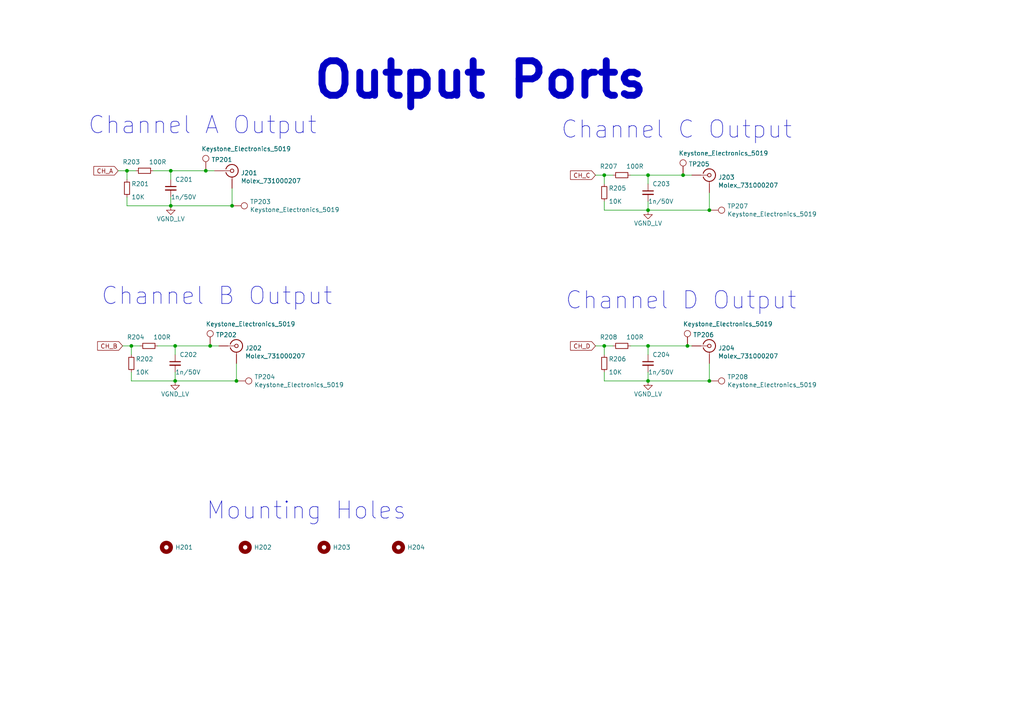
<source format=kicad_sch>
(kicad_sch (version 20211123) (generator eeschema)
  (paper "A4")
  (title_block (title "Output Ports") (rev "V0.1") (company "PADERBORN UNIVERSITY DEPARTMENT OF POWER ELECTRONICS AND ELECTRICAL DRIVES"))
  (lib_symbols
    (symbol "Device:C_Small" (pin_numbers hide) (pin_names (offset 0.254) hide)
      (property "Reference" "C" (at 0.254 1.778 0))
      (property "Value" "C_Small" (at 0.254 -2.032 0))
      (symbol "C_Small_0_1"
        (polyline (pts (xy -1.524 -0.508) (xy 1.524 -0.508)) (stroke (width 0.3302)))
        (polyline (pts (xy -1.524 0.508) (xy 1.524 0.508)) (stroke (width 0.3048)))
      )
      (symbol "C_Small_1_1"
        (pin passive line (at 0 2.54 270) (length 2.032) (name "~") (number "1"))
        (pin passive line (at 0 -2.54 90) (length 2.032) (name "~") (number "2"))
      )
    )
    (symbol "Device:R_Small" (pin_numbers hide) (pin_names (offset 0.254) hide)
      (property "Reference" "R" (at 0.762 0.508 0))
      (property "Value" "R_Small" (at 0.762 -1.016 0))
      (symbol "R_Small_0_1"
        (rectangle (start -0.762 1.778) (end 0.762 -1.778) (stroke (width 0.2032)))
      )
      (symbol "R_Small_1_1"
        (pin passive line (at 0 2.54 270) (length 0.762) (name "~") (number "1"))
        (pin passive line (at 0 -2.54 90) (length 0.762) (name "~") (number "2"))
      )
    )
    (symbol "LEA_SymbolLibrary:Keystone_Electronics_5019" (pin_numbers hide) (pin_names (offset 1.016) hide)
      (property "Reference" "TP" (at 0 5.08 0))
      (property "Value" "LEA_SymbolLibrary_Keystone_Electronics_5019" (at 0 7.62 0))
      (symbol "Keystone_Electronics_5019_1_1"
        (circle (center 3.556 0) (radius 0.9144))
        (pin passive line (at 0 0 0) (length 2.54) (name "TP") (number "1"))
      )
    )
    (symbol "LEA_SymbolLibrary:M3_MountingHole" (pin_names (offset 1.016))
      (property "Reference" "H" (at -3.048 0 0))
      (symbol "M3_MountingHole_1_1"
        (circle (center 0 0) (radius 1.27) (stroke (width 1.27)))
      )
    )
    (symbol "LEA_SymbolLibrary:Molex_731000207" (pin_numbers hide) (pin_names (offset 1.016) hide)
      (property "Reference" "J" (at 0 6.096 0))
      (property "Value" "LEA_SymbolLibrary_Molex_731000207" (at 0.762 3.81 0))
      (symbol "Molex_731000207_1_1"
        (arc (start -1.778 -0.508) (mid 0.222 -1.808) (end 1.778 0) (stroke (width 0.254)))
        (polyline (pts (xy -2.54 0) (xy -0.508 0)))
        (polyline (pts (xy 0 -2.54) (xy 0 -1.778)))
        (circle (center 0 0) (radius 0.508) (stroke (width 0.2032)))
        (arc (start 1.778 0) (mid 0.222 1.8083) (end -1.778 0.508) (stroke (width 0.254)))
        (pin passive line (at -5.08 0 0) (length 2.54) (name "1") (number "1"))
        (pin passive line (at 0 -5.08 90) (length 2.54) (name "2") (number "2"))
      )
    )
    (symbol "LEA_SymbolLibrary:VGND_LV" (power) (pin_numbers hide) (pin_names (offset 0))
      (property "Value" "LEA_SymbolLibrary_VGND_LV" (at 0 -3.81 0))
      (symbol "VGND_LV_1_1"
        (polyline (pts (xy 0 0) (xy 0 -1.27) (xy 1.27 -1.27) (xy 0 -2.54) (xy -1.27 -1.27) (xy 0 -1.27)))
        (pin power_in line (at 0 0 90) (length 0) hide (name "VGND_LV") (number "1"))
      )
    )
  )
  (junction (at 199.39 100.33))
  (junction (at 205.74 60.96))
  (junction (at 67.31 59.69))
  (junction (at 175.26 50.8))
  (junction (at 50.8 100.33))
  (junction (at 38.1 100.33))
  (junction (at 175.26 100.33))
  (junction (at 198.12 50.8))
  (junction (at 60.96 100.33))
  (junction (at 68.58 110.49))
  (junction (at 50.8 110.49))
  (junction (at 205.74 110.49))
  (junction (at 49.53 59.69))
  (junction (at 36.83 49.53))
  (junction (at 49.53 49.53))
  (junction (at 187.96 60.96))
  (junction (at 187.96 50.8))
  (junction (at 187.96 110.49))
  (junction (at 187.96 100.33))
  (junction (at 59.69 49.53))
  (wire (pts (xy 187.96 58.42) (xy 187.96 60.96)))
  (wire (pts (xy 198.12 50.8) (xy 200.66 50.8)))
  (wire (pts (xy 49.53 57.15) (xy 49.53 59.69)))
  (wire (pts (xy 187.96 110.49) (xy 205.74 110.49)))
  (wire (pts (xy 45.72 100.33) (xy 50.8 100.33)))
  (wire (pts (xy 187.96 50.8) (xy 187.96 53.34)))
  (wire (pts (xy 175.26 60.96) (xy 187.96 60.96)))
  (wire (pts (xy 50.8 110.49) (xy 68.58 110.49)))
  (wire (pts (xy 187.96 100.33) (xy 199.39 100.33)))
  (wire (pts (xy 49.53 49.53) (xy 59.69 49.53)))
  (wire (pts (xy 36.83 49.53) (xy 39.37 49.53)))
  (wire (pts (xy 50.8 107.95) (xy 50.8 110.49)))
  (wire (pts (xy 50.8 100.33) (xy 60.96 100.33)))
  (wire (pts (xy 175.26 107.95) (xy 175.26 110.49)))
  (wire (pts (xy 44.45 49.53) (xy 49.53 49.53)))
  (wire (pts (xy 49.53 49.53) (xy 49.53 52.07)))
  (wire (pts (xy 187.96 50.8) (xy 198.12 50.8)))
  (wire (pts (xy 175.26 58.42) (xy 175.26 60.96)))
  (wire (pts (xy 34.29 49.53) (xy 36.83 49.53)))
  (wire (pts (xy 199.39 100.33) (xy 200.66 100.33)))
  (wire (pts (xy 205.74 110.49) (xy 205.74 105.41)))
  (wire (pts (xy 68.58 110.49) (xy 68.58 105.41)))
  (wire (pts (xy 175.26 100.33) (xy 177.8 100.33)))
  (wire (pts (xy 50.8 100.33) (xy 50.8 102.87)))
  (wire (pts (xy 175.26 50.8) (xy 175.26 53.34)))
  (wire (pts (xy 38.1 107.95) (xy 38.1 110.49)))
  (wire (pts (xy 182.88 50.8) (xy 187.96 50.8)))
  (wire (pts (xy 172.72 50.8) (xy 175.26 50.8)))
  (wire (pts (xy 187.96 100.33) (xy 187.96 102.87)))
  (wire (pts (xy 36.83 49.53) (xy 36.83 52.07)))
  (wire (pts (xy 187.96 107.95) (xy 187.96 110.49)))
  (wire (pts (xy 38.1 110.49) (xy 50.8 110.49)))
  (wire (pts (xy 175.26 50.8) (xy 177.8 50.8)))
  (wire (pts (xy 205.74 60.96) (xy 205.74 55.88)))
  (wire (pts (xy 67.31 59.69) (xy 67.31 54.61)))
  (wire (pts (xy 35.56 100.33) (xy 38.1 100.33)))
  (wire (pts (xy 172.72 100.33) (xy 175.26 100.33)))
  (wire (pts (xy 38.1 100.33) (xy 38.1 102.87)))
  (wire (pts (xy 60.96 100.33) (xy 63.5 100.33)))
  (wire (pts (xy 187.96 60.96) (xy 205.74 60.96)))
  (wire (pts (xy 59.69 49.53) (xy 62.23 49.53)))
  (wire (pts (xy 175.26 100.33) (xy 175.26 102.87)))
  (wire (pts (xy 36.83 57.15) (xy 36.83 59.69)))
  (wire (pts (xy 49.53 59.69) (xy 67.31 59.69)))
  (wire (pts (xy 38.1 100.33) (xy 40.64 100.33)))
  (wire (pts (xy 182.88 100.33) (xy 187.96 100.33)))
  (wire (pts (xy 36.83 59.69) (xy 49.53 59.69)))
  (wire (pts (xy 175.26 110.49) (xy 187.96 110.49)))
  (text "Channel B Output" (at 29.21 88.9 0) (effects (font (size 5.0038 5.0038)) (justify left bottom)))
  (text "Channel D Output" (at 163.83 90.17 0) (effects (font (size 5.0038 5.0038)) (justify left bottom)))
  (text "Channel A Output" (at 25.4 39.37 0) (effects (font (size 5.0038 5.0038)) (justify left bottom)))
  (text "Output Ports" (at 90.17 29.21 0) (effects (font (size 10.0076 10.0076) (thickness 2.0015) bold) (justify left bottom)))
  (text "Mounting Holes\n" (at 59.69 151.13 0) (effects (font (size 5.0038 5.0038)) (justify left bottom)))
  (text "Channel C Output" (at 162.56 40.64 0) (effects (font (size 5.0038 5.0038)) (justify left bottom)))
  (global_label "CH_D" (shape input) (at 172.72 100.33 180) (property "Intersheet References" "${INTERSHEET_REFS}" (effects hide)))
  (global_label "CH_C" (shape input) (at 172.72 50.8 180) (property "Intersheet References" "${INTERSHEET_REFS}" (effects hide)))
  (global_label "CH_A" (shape input) (at 34.29 49.53 180) (property "Intersheet References" "${INTERSHEET_REFS}" (effects hide)))
  (global_label "CH_B" (shape input) (at 35.56 100.33 180) (property "Intersheet References" "${INTERSHEET_REFS}" (effects hide)))
  (symbol (lib_id "LEA_SymbolLibrary:Molex_731000207") (at 67.31 49.53 0) (unit 1)
    (property "Reference" "J201" (at 69.85 50.165 0) (effects (justify left)))
    (property "Value" "Molex_731000207" (at 69.85 52.4764 0) (effects (justify left)))
    (property "Footprint" "LEA_FootprintLibrary:SMB_Molex731000207" (effects hide))
    (property "Datasheet" "https://www.molex.com/pdm_docs/sd/731000207_sd.pdf" (effects hide))
    (property "Manufacturer" "Molex" (effects hide))
    (property "Mouser No" "538-73100-0207" (effects hide))
  )
  (symbol (lib_id "LEA_SymbolLibrary:Molex_731000207") (at 68.58 100.33 0) (unit 1)
    (property "Reference" "J202" (at 71.12 100.965 0) (effects (justify left)))
    (property "Value" "Molex_731000207" (at 71.12 103.2764 0) (effects (justify left)))
    (property "Footprint" "LEA_FootprintLibrary:SMB_Molex731000207" (effects hide))
    (property "Datasheet" "https://www.molex.com/pdm_docs/sd/731000207_sd.pdf" (effects hide))
    (property "Manufacturer" "Molex" (effects hide))
    (property "Mouser No" "538-73100-0207" (effects hide))
  )
  (symbol (lib_id "LEA_SymbolLibrary:Molex_731000207") (at 205.74 50.8 0) (unit 1)
    (property "Reference" "J203" (at 208.28 51.435 0) (effects (justify left)))
    (property "Value" "Molex_731000207" (at 208.28 53.7464 0) (effects (justify left)))
    (property "Footprint" "LEA_FootprintLibrary:SMB_Molex731000207" (effects hide))
    (property "Datasheet" "https://www.molex.com/pdm_docs/sd/731000207_sd.pdf" (effects hide))
    (property "Manufacturer" "Molex" (effects hide))
    (property "Mouser No" "538-73100-0207" (effects hide))
  )
  (symbol (lib_id "LEA_SymbolLibrary:Molex_731000207") (at 205.74 100.33 0) (unit 1)
    (property "Reference" "J204" (at 208.28 100.965 0) (effects (justify left)))
    (property "Value" "Molex_731000207" (at 208.28 103.2764 0) (effects (justify left)))
    (property "Footprint" "LEA_FootprintLibrary:SMB_Molex731000207" (effects hide))
    (property "Datasheet" "https://www.molex.com/pdm_docs/sd/731000207_sd.pdf" (effects hide))
    (property "Manufacturer" "Molex" (effects hide))
    (property "Mouser No" "538-73100-0207" (effects hide))
  )
  (symbol (lib_id "LEA_SymbolLibrary:Keystone_Electronics_5019") (at 59.69 49.53 90) (unit 1)
    (property "Reference" "TP201" (at 61.3156 46.3296 90) (effects (justify right)))
    (property "Value" "Keystone_Electronics_5019" (at 58.42 43.18 90) (effects (justify right)))
    (property "Footprint" "LEA_FootprintLibrary:TestPoint_KeystoneElectronics5019" (effects hide))
    (property "Datasheet" "https://www.keyelco.com/product.cfm/product_id/1357" (effects hide))
    (property "Manufacturer" "Keystone Electronics" (effects hide))
    (property "Mouser No" "534-5019" (effects hide))
  )
  (symbol (lib_id "LEA_SymbolLibrary:Keystone_Electronics_5019") (at 60.96 100.33 90) (unit 1)
    (property "Reference" "TP202" (at 62.5856 97.1296 90) (effects (justify right)))
    (property "Value" "Keystone_Electronics_5019" (at 59.69 93.98 90) (effects (justify right)))
    (property "Footprint" "LEA_FootprintLibrary:TestPoint_KeystoneElectronics5019" (effects hide))
    (property "Datasheet" "https://www.keyelco.com/product.cfm/product_id/1357" (effects hide))
    (property "Manufacturer" "Keystone Electronics" (effects hide))
    (property "Mouser No" "534-5019" (effects hide))
  )
  (symbol (lib_id "LEA_SymbolLibrary:Keystone_Electronics_5019") (at 198.12 50.8 90) (unit 1)
    (property "Reference" "TP205" (at 199.7456 47.5996 90) (effects (justify right)))
    (property "Value" "Keystone_Electronics_5019" (at 196.85 44.45 90) (effects (justify right)))
    (property "Footprint" "LEA_FootprintLibrary:TestPoint_KeystoneElectronics5019" (effects hide))
    (property "Datasheet" "https://www.keyelco.com/product.cfm/product_id/1357" (effects hide))
    (property "Manufacturer" "Keystone Electronics" (effects hide))
    (property "Mouser No" "534-5019" (effects hide))
  )
  (symbol (lib_id "LEA_SymbolLibrary:Keystone_Electronics_5019") (at 199.39 100.33 90) (unit 1)
    (property "Reference" "TP206" (at 201.0156 97.1296 90) (effects (justify right)))
    (property "Value" "Keystone_Electronics_5019" (at 198.12 93.98 90) (effects (justify right)))
    (property "Footprint" "LEA_FootprintLibrary:TestPoint_KeystoneElectronics5019" (effects hide))
    (property "Datasheet" "https://www.keyelco.com/product.cfm/product_id/1357" (effects hide))
    (property "Manufacturer" "Keystone Electronics" (effects hide))
    (property "Mouser No" "534-5019" (effects hide))
  )
  (symbol (lib_id "LEA_SymbolLibrary:Keystone_Electronics_5019") (at 67.31 59.69 0) (unit 1)
    (property "Reference" "TP203" (at 72.4916 58.5216 0) (effects (justify left)))
    (property "Value" "Keystone_Electronics_5019" (at 72.4916 60.833 0) (effects (justify left)))
    (property "Footprint" "LEA_FootprintLibrary:TestPoint_KeystoneElectronics5019" (effects hide))
    (property "Datasheet" "https://www.keyelco.com/product.cfm/product_id/1357" (effects hide))
    (property "Manufacturer" "Keystone Electronics" (effects hide))
    (property "Mouser No" "534-5019" (effects hide))
  )
  (symbol (lib_id "LEA_SymbolLibrary:Keystone_Electronics_5019") (at 68.58 110.49 0) (unit 1)
    (property "Reference" "TP204" (at 73.7616 109.3216 0) (effects (justify left)))
    (property "Value" "Keystone_Electronics_5019" (at 73.7616 111.633 0) (effects (justify left)))
    (property "Footprint" "LEA_FootprintLibrary:TestPoint_KeystoneElectronics5019" (effects hide))
    (property "Datasheet" "https://www.keyelco.com/product.cfm/product_id/1357" (effects hide))
    (property "Manufacturer" "Keystone Electronics" (effects hide))
    (property "Mouser No" "534-5019" (effects hide))
  )
  (symbol (lib_id "LEA_SymbolLibrary:Keystone_Electronics_5019") (at 205.74 110.49 0) (unit 1)
    (property "Reference" "TP208" (at 210.9216 109.3216 0) (effects (justify left)))
    (property "Value" "Keystone_Electronics_5019" (at 210.9216 111.633 0) (effects (justify left)))
    (property "Footprint" "LEA_FootprintLibrary:TestPoint_KeystoneElectronics5019" (effects hide))
    (property "Datasheet" "https://www.keyelco.com/product.cfm/product_id/1357" (effects hide))
    (property "Manufacturer" "Keystone Electronics" (effects hide))
    (property "Mouser No" "534-5019" (effects hide))
  )
  (symbol (lib_id "LEA_SymbolLibrary:Keystone_Electronics_5019") (at 205.74 60.96 0) (unit 1)
    (property "Reference" "TP207" (at 210.9216 59.7916 0) (effects (justify left)))
    (property "Value" "Keystone_Electronics_5019" (at 210.9216 62.103 0) (effects (justify left)))
    (property "Footprint" "LEA_FootprintLibrary:TestPoint_KeystoneElectronics5019" (effects hide))
    (property "Datasheet" "https://www.keyelco.com/product.cfm/product_id/1357" (effects hide))
    (property "Manufacturer" "Keystone Electronics" (effects hide))
    (property "Mouser No" "534-5019" (effects hide))
  )
  (symbol (lib_id "LEA_SymbolLibrary:M3_MountingHole") (at 48.26 158.75 0) (unit 1)
    (property "Reference" "H201" (at 50.8 158.75 0) (effects (justify left)))
    (property "Value" "M3_MountingHole" (effects hide))
    (property "Footprint" "LEA_FootprintLibrary:MountingHole_M3" (effects hide))
  )
  (symbol (lib_id "LEA_SymbolLibrary:M3_MountingHole") (at 71.12 158.75 0) (unit 1)
    (property "Reference" "H202" (at 73.66 158.75 0) (effects (justify left)))
    (property "Value" "M3_MountingHole" (effects hide))
    (property "Footprint" "LEA_FootprintLibrary:MountingHole_M3" (effects hide))
  )
  (symbol (lib_id "LEA_SymbolLibrary:M3_MountingHole") (at 93.98 158.75 0) (unit 1)
    (property "Reference" "H203" (at 96.52 158.75 0) (effects (justify left)))
    (property "Value" "M3_MountingHole" (effects hide))
    (property "Footprint" "LEA_FootprintLibrary:MountingHole_M3" (effects hide))
  )
  (symbol (lib_id "LEA_SymbolLibrary:M3_MountingHole") (at 115.57 158.75 0) (unit 1)
    (property "Reference" "H204" (at 118.11 158.75 0) (effects (justify left)))
    (property "Value" "M3_MountingHole" (effects hide))
    (property "Footprint" "LEA_FootprintLibrary:MountingHole_M3" (effects hide))
  )
  (symbol (lib_id "Device:R_Small") (at 41.91 49.53 270) (unit 1)
    (property "Reference" "R203" (at 38.1 46.99 90))
    (property "Value" "100R" (at 45.72 46.99 90))
    (property "Footprint" "LEA_FootprintLibrary:R_0402" (effects hide))
  )
  (symbol (lib_id "Device:R_Small") (at 36.83 54.61 180) (unit 1)
    (property "Reference" "R201" (at 38.1 53.34 0) (effects (justify right)))
    (property "Value" "10K" (at 38.1 57.15 0) (effects (justify right)))
    (property "Footprint" "LEA_FootprintLibrary:R_0402" (effects hide))
  )
  (symbol (lib_id "Device:C_Small") (at 49.53 54.61 0) (unit 1)
    (property "Reference" "C201" (at 50.8 52.07 0) (effects (justify left)))
    (property "Value" "1n/50V" (at 49.53 57.15 0) (effects (justify left)))
    (property "Footprint" "LEA_FootprintLibrary:C_0402" (effects hide))
  )
  (symbol (lib_id "Device:R_Small") (at 43.18 100.33 270) (unit 1)
    (property "Reference" "R204" (at 39.37 97.79 90))
    (property "Value" "100R" (at 46.99 97.79 90))
    (property "Footprint" "LEA_FootprintLibrary:R_0402" (effects hide))
  )
  (symbol (lib_id "Device:R_Small") (at 38.1 105.41 180) (unit 1)
    (property "Reference" "R202" (at 39.37 104.14 0) (effects (justify right)))
    (property "Value" "10K" (at 39.37 107.95 0) (effects (justify right)))
    (property "Footprint" "LEA_FootprintLibrary:R_0402" (effects hide))
  )
  (symbol (lib_id "Device:C_Small") (at 50.8 105.41 0) (unit 1)
    (property "Reference" "C202" (at 52.07 102.87 0) (effects (justify left)))
    (property "Value" "1n/50V" (at 50.8 107.95 0) (effects (justify left)))
    (property "Footprint" "LEA_FootprintLibrary:C_0402" (effects hide))
  )
  (symbol (lib_id "Device:R_Small") (at 180.34 50.8 270) (unit 1)
    (property "Reference" "R207" (at 176.53 48.26 90))
    (property "Value" "100R" (at 184.15 48.26 90))
    (property "Footprint" "LEA_FootprintLibrary:R_0402" (effects hide))
  )
  (symbol (lib_id "Device:R_Small") (at 175.26 55.88 180) (unit 1)
    (property "Reference" "R205" (at 176.53 54.61 0) (effects (justify right)))
    (property "Value" "10K" (at 176.53 58.42 0) (effects (justify right)))
    (property "Footprint" "LEA_FootprintLibrary:R_0402" (effects hide))
  )
  (symbol (lib_id "Device:C_Small") (at 187.96 55.88 0) (unit 1)
    (property "Reference" "C203" (at 189.23 53.34 0) (effects (justify left)))
    (property "Value" "1n/50V" (at 187.96 58.42 0) (effects (justify left)))
    (property "Footprint" "LEA_FootprintLibrary:C_0402" (effects hide))
  )
  (symbol (lib_id "Device:R_Small") (at 180.34 100.33 270) (unit 1)
    (property "Reference" "R208" (at 176.53 97.79 90))
    (property "Value" "100R" (at 184.15 97.79 90))
    (property "Footprint" "LEA_FootprintLibrary:R_0402" (effects hide))
  )
  (symbol (lib_id "Device:R_Small") (at 175.26 105.41 180) (unit 1)
    (property "Reference" "R206" (at 176.53 104.14 0) (effects (justify right)))
    (property "Value" "10K" (at 176.53 107.95 0) (effects (justify right)))
    (property "Footprint" "LEA_FootprintLibrary:R_0402" (effects hide))
  )
  (symbol (lib_id "Device:C_Small") (at 187.96 105.41 0) (unit 1)
    (property "Reference" "C204" (at 189.23 102.87 0) (effects (justify left)))
    (property "Value" "1n/50V" (at 187.96 107.95 0) (effects (justify left)))
    (property "Footprint" "LEA_FootprintLibrary:C_0402" (effects hide))
  )
  (symbol (lib_id "LEA_SymbolLibrary:VGND_LV") (at 49.53 59.69 0) (unit 1)
    (property "Reference" "#PWR0201" (effects hide))
    (property "Value" "VGND_LV" (at 49.53 63.5 0))
  )
  (symbol (lib_id "LEA_SymbolLibrary:VGND_LV") (at 50.8 110.49 0) (unit 1)
    (property "Reference" "#PWR0202" (effects hide))
    (property "Value" "VGND_LV" (at 50.8 114.3 0))
  )
  (symbol (lib_id "LEA_SymbolLibrary:VGND_LV") (at 187.96 60.96 0) (unit 1)
    (property "Reference" "#PWR0203" (effects hide))
    (property "Value" "VGND_LV" (at 187.96 64.77 0))
  )
  (symbol (lib_id "LEA_SymbolLibrary:VGND_LV") (at 187.96 110.49 0) (unit 1)
    (property "Reference" "#PWR0204" (effects hide))
    (property "Value" "VGND_LV" (at 187.96 114.3 0))
  )
)
</source>
